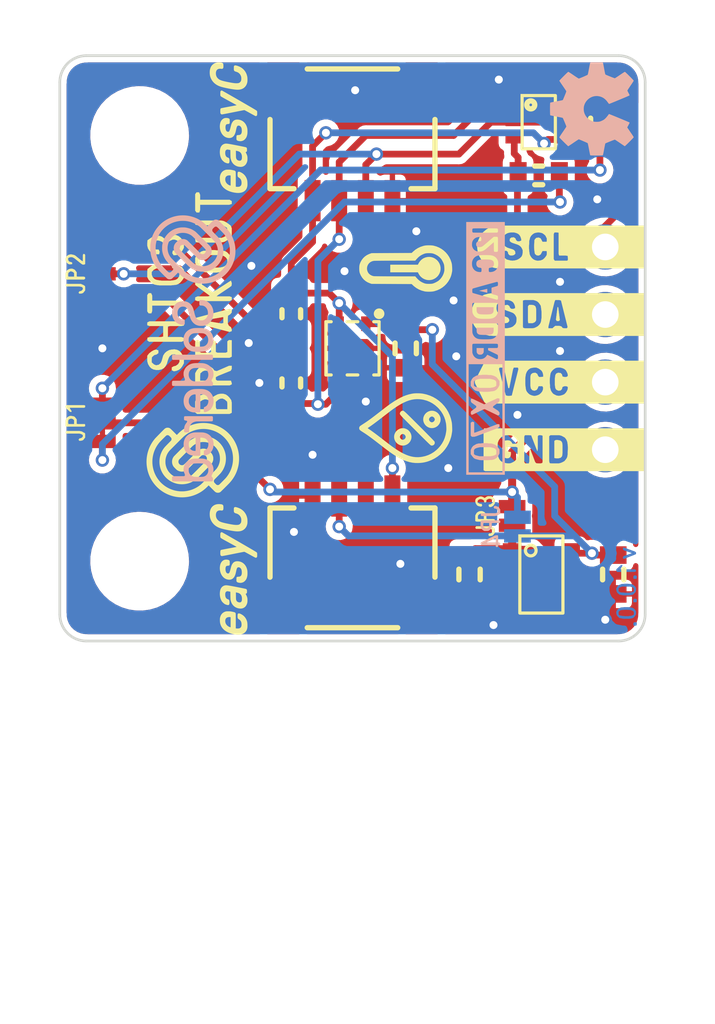
<source format=kicad_pcb>
(kicad_pcb (version 20210126) (generator pcbnew)
  (layers (0 "F.Cu" mixed) (31 "B.Cu" signal) (34 "B.Paste" user) (35 "F.Paste" user) (36 "B.SilkS" user "B.Silkscreen") (37 "F.SilkS" user "F.Silkscreen") (38 "B.Mask" user) (39 "F.Mask" user) (44 "Edge.Cuts" user))
  (net 0 "")
  (net 1 "3V3")
  (net 2 "GND")
  (net 3 "Net-(C2-Pad2)")
  (net 4 "SDA_PULL5")
  (net 5 "5V")
  (net 6 "SCL_PULL5")
  (net 7 "SDA_PULL3,3")
  (net 8 "SCL_PULL3,3")
  (net 9 "SDA3,3")
  (net 10 "SCL3,3")
  (net 11 "SCL5")
  (net 12 "SDA5")
  (footprint "Soldered Graphics:Logo-Front-easyC-5mm" (layer "F.Cu") (at 86.5 137.3 90)
    (fp_text reference "G***" hide)
    (fp_text value "LOGO" hide)
  )
  (footprint "e-radionica.com footprinti:SOT-363" (layer "F.Cu") (at 98 120.5)
    (fp_text reference "U1")
    (fp_text value "NMOS-DUAL")
    (pad "1" smd rect (at -0.92 -0.65 90) (size 0.3 0.66) (layers "F.Cu" "F.Paste" "F.Mask") (net 9 "SDA3,3"))
    (pad "2" smd rect (at -0.92 0 90) (size 0.3 0.66) (layers "F.Cu" "F.Paste" "F.Mask") (net 1 "3V3"))
    (pad "3" smd rect (at -0.92 0.65 90) (size 0.3 0.66) (layers "F.Cu" "F.Paste" "F.Mask") (net 12 "SDA5"))
    (pad "4" smd rect (at 0.92 0.65 90) (size 0.3 0.66) (layers "F.Cu" "F.Paste" "F.Mask") (net 10 "SCL3,3"))
    (pad "5" smd rect (at 0.92 0 90) (size 0.3 0.66) (layers "F.Cu" "F.Paste" "F.Mask") (net 1 "3V3"))
    (pad "6" smd rect (at 0.92 -0.65 90) (size 0.3 0.66) (layers "F.Cu" "F.Paste" "F.Mask") (net 11 "SCL5"))
  )
  (footprint "Soldered Graphics:Symbol-Front-Temperature" (layer "F.Cu") (at 93 126 90)
    (fp_text reference "G***" hide)
    (fp_text value "LOGO" hide)
  )
  (footprint "e-radionica.com footprinti:SMD_JUMPER_3_PAD_TRACE" (layer "F.Cu") (at 81.6 131.8 -90)
    (fp_text reference "JP1")
    (fp_text value "SMD_JUMPER_3_PAD_TRACE")
    (fp_poly (pts (xy 0.45 0.05) (xy 0.25 0.05) (xy 0.25 -0.05) (xy 0.45 -0.05)) (layer "F.Cu") (width 0.1) (fill solid))
    (fp_poly (pts (xy -0.25 0.05) (xy -0.45 0.05) (xy -0.45 -0.05) (xy -0.25 -0.05)) (layer "F.Cu") (width 0.1) (fill solid))
    (pad "1" smd rect (at -0.7 0 90) (size 0.5 1) (layers "F.Cu" "F.Mask") (net 6 "SCL_PULL5"))
    (pad "2" smd custom (at 0 0 90) (size 0.5 1) (layers "F.Cu" "F.Mask") (net 5 "5V") (options (clearance outline) (anchor rect)) (primitives))
    (pad "3" smd rect (at 0.7 0 90) (size 0.5 1) (layers "F.Cu" "F.Mask") (net 4 "SDA_PULL5"))
  )
  (footprint "buzzardLabel" (layer "F.Cu") (at 102.4 132.81)
    (fp_text reference "" (at 0 0) (layer "F.SilkS") (effects (font (size 1.27 1.27))))
    (fp_text value "" (at 0 0) (layer "F.SilkS") (effects (font (size 1.27 1.27))))
  )
  (footprint "e-radionica.com footprinti:SMD_JUMPER_3_PAD_TRACE" (layer "F.Cu") (at 81.6 126.2 -90)
    (fp_text reference "JP2")
    (fp_text value "SMD_JUMPER_3_PAD_TRACE")
    (fp_poly (pts (xy 0.45 0.05) (xy 0.25 0.05) (xy 0.25 -0.05) (xy 0.45 -0.05)) (layer "F.Cu") (width 0.1) (fill solid))
    (fp_poly (pts (xy -0.25 0.05) (xy -0.45 0.05) (xy -0.45 -0.05) (xy -0.25 -0.05)) (layer "F.Cu") (width 0.1) (fill solid))
    (pad "1" smd rect (at -0.7 0 90) (size 0.5 1) (layers "F.Cu" "F.Mask") (net 8 "SCL_PULL3,3"))
    (pad "2" smd custom (at 0 0 90) (size 0.5 1) (layers "F.Cu" "F.Mask") (net 1 "3V3") (options (clearance outline) (anchor rect)) (primitives))
    (pad "3" smd rect (at 0.7 0 90) (size 0.5 1) (layers "F.Cu" "F.Mask") (net 7 "SDA_PULL3,3"))
  )
  (footprint "Soldered Graphics:Logo-Back-SolderedFULL-10mm" (layer "F.Cu") (at 85 129 90)
    (fp_text reference "G***" hide)
    (fp_text value "LOGO" hide)
  )
  (footprint "e-radionica.com footprinti:SOT-23-5" (layer "F.Cu") (at 98.1 137.5)
    (fp_text reference "U3")
    (fp_text value "SE5218")
    (pad "1" smd rect (at -1.1 -0.95) (size 0.7 0.45) (layers "F.Cu" "F.Paste" "F.Mask") (net 3 "Net-(C2-Pad2)"))
    (pad "2" smd rect (at -1.1 0) (size 0.7 0.45) (layers "F.Cu" "F.Paste" "F.Mask") (net 2 "GND"))
    (pad "3" smd rect (at -1.1 0.95) (size 0.7 0.45) (layers "F.Cu" "F.Paste" "F.Mask") (net 3 "Net-(C2-Pad2)"))
    (pad "4" smd rect (at 1.1 0.95) (size 0.7 0.45) (layers "F.Cu" "F.Paste" "F.Mask"))
    (pad "5" smd rect (at 1.1 -0.95) (size 0.7 0.45) (layers "F.Cu" "F.Paste" "F.Mask") (net 1 "3V3"))
  )
  (footprint "buzzardLabel" (layer "F.Cu") (at 96 135.3 90)
    (fp_text reference "" (at 0 0 90) (layer "F.SilkS") (effects (font (size 1.27 1.27))))
    (fp_text value "" (at 0 0 90) (layer "F.SilkS") (effects (font (size 1.27 1.27))))
  )
  (footprint "Soldered Graphics:Logo-Front-easyC-5mm" (layer "F.Cu") (at 86.5 120.7 90)
    (fp_text reference "G***" hide)
    (fp_text value "LOGO" hide)
  )
  (footprint "e-radionica.com footprinti:HOLE_3.2mm" (layer "F.Cu") (at 83 137)
    (fp_text reference "H1" hide)
    (fp_text value "HOLE_3.2mm" hide)
    (pad "" np_thru_hole circle (at 0 0) (size 3.2 3.2) (drill 3.2) (layers F&B.Cu *.Mask))
  )
  (footprint "e-radionica.com footprinti:0603R" (layer "F.Cu") (at 88.7 127.7 -90)
    (fp_text reference "R4")
    (fp_text value "10k")
    (pad "1" smd rect (at -0.775 0) (size 1 0.64) (layers "F.Cu" "F.Paste" "F.Mask") (net 10 "SCL3,3"))
    (pad "2" smd rect (at 0.775 0) (size 1 0.64) (layers "F.Cu" "F.Paste" "F.Mask") (net 8 "SCL_PULL3,3"))
  )
  (footprint "e-radionica.com footprinti:SMD-JUMPER-CONNECTED_TRACE_NOSLODERMASK" (layer "F.Cu") (at 97 135.3 90)
    (fp_text reference "JP3")
    (fp_text value "SMD-JUMPER-CONNECTED_TRACE_NOSLODERMASK")
    (fp_poly (pts (xy 0.1 0.1) (xy -0.1 0.1) (xy -0.1 -0.1) (xy 0.1 -0.1)) (layer "F.Cu") (width 0.1) (fill solid))
    (pad "1" smd rect (at -0.35 0 90) (size 0.5 1) (layers "F.Cu") (net 3 "Net-(C2-Pad2)"))
    (pad "2" smd rect (at 0.35 0 90) (size 0.5 1) (layers "F.Cu") (net 5 "5V"))
  )
  (footprint "buzzardLabel" (layer "F.Cu") (at 102.4 125.19)
    (fp_text reference "" (at 0 0) (layer "F.SilkS") (effects (font (size 1.27 1.27))))
    (fp_text value "" (at 0 0) (layer "F.SilkS") (effects (font (size 1.27 1.27))))
  )
  (footprint "Soldered Graphics:Symbol-Front-Humidity" (layer "F.Cu") (at 93 132 90)
    (fp_text reference "G***" hide)
    (fp_text value "LOGO" hide)
  )
  (footprint "e-radionica.com footprinti:0603C" (layer "F.Cu") (at 100.8 137.5 90)
    (fp_text reference "C1")
    (fp_text value "0.1uF")
    (pad "1" smd rect (at -0.73 0 90) (size 0.66 1) (layers "F.Cu" "F.Paste" "F.Mask") (net 2 "GND"))
    (pad "2" smd rect (at 0.73 0 90) (size 0.66 1) (layers "F.Cu" "F.Paste" "F.Mask") (net 1 "3V3"))
  )
  (footprint "Soldered Graphics:Logo-Front-Soldered-3.5mm" (layer "F.Cu") (at 85 133.2 90)
    (fp_text reference "G***" hide)
    (fp_text value "LOGO" hide)
  )
  (footprint "Soldered Graphics:Logo-Back-OSH-3.5mm" (layer "F.Cu") (at 100 120 90)
    (fp_text reference "G***" hide)
    (fp_text value "LOGO" hide)
  )
  (footprint "e-radionica.com footprinti:easyC-connector" (layer "F.Cu") (at 91 136.7 180)
    (fp_text reference "K1")
    (fp_text value "easyC-SMD")
    (pad "1" smd rect (at -1.5 2.15 180) (size 0.6 1.55) (layers "F.Cu" "F.Paste" "F.Mask") (net 10 "SCL3,3"))
    (pad "2" smd rect (at -0.5 2.15 180) (size 0.6 1.55) (layers "F.Cu" "F.Paste" "F.Mask") (net 9 "SDA3,3"))
    (pad "3" smd rect (at 0.5 2.15 180) (size 0.6 1.55) (layers "F.Cu" "F.Paste" "F.Mask") (net 1 "3V3"))
    (pad "4" smd rect (at 1.5 2.15 180) (size 0.6 1.55) (layers "F.Cu" "F.Paste" "F.Mask") (net 2 "GND"))
    (pad "5" smd rect (at -2.6 -2.15 180) (size 1.2 1.8) (layers "F.Cu" "F.Paste" "F.Mask") (net 2 "GND"))
    (pad "5" smd rect (at 2.6 -2.15 180) (size 1.2 1.8) (layers "F.Cu" "F.Paste" "F.Mask") (net 2 "GND"))
  )
  (footprint "buzzardLabel" (layer "F.Cu") (at 102.4 127.73)
    (fp_text reference "" (at 0 0) (layer "F.SilkS") (effects (font (size 1.27 1.27))))
    (fp_text value "" (at 0 0) (layer "F.SilkS") (effects (font (size 1.27 1.27))))
  )
  (footprint "e-radionica.com footprinti:0603R" (layer "F.Cu") (at 88.7 130.3 -90)
    (fp_text reference "R1")
    (fp_text value "10k")
    (pad "1" smd rect (at -0.775 0) (size 1 0.64) (layers "F.Cu" "F.Paste" "F.Mask") (net 7 "SDA_PULL3,3"))
    (pad "2" smd rect (at 0.775 0) (size 1 0.64) (layers "F.Cu" "F.Paste" "F.Mask") (net 9 "SDA3,3"))
  )
  (footprint "e-radionica.com footprinti:FIDUCIAL_1MM_PASTE" (layer "F.Cu") (at 91 138)
    (fp_text reference "FD1")
    (fp_text value "Fiducial_Stencil")
    (pad "1" smd circle (at 0 0) (size 1 1) (property pad_prop_fiducial_glob) (layers "F.Cu" "F.Paste" "F.Mask"))
  )
  (footprint "e-radionica.com footprinti:SHTC3" (layer "F.Cu") (at 91 129 -90)
    (fp_text reference "U2")
    (fp_text value "SHTC3")
    (pad "1" smd rect (at -0.925 -0.5) (size 0.35 0.55) (layers "F.Cu" "F.Paste" "F.Mask") (net 1 "3V3"))
    (pad "2" smd rect (at -0.925 0.5) (size 0.35 0.55) (layers "F.Cu" "F.Paste" "F.Mask") (net 10 "SCL3,3"))
    (pad "3" smd rect (at 0.925 0.5) (size 0.35 0.55) (layers "F.Cu" "F.Paste" "F.Mask") (net 9 "SDA3,3"))
    (pad "4" smd rect (at 0.925 -0.5) (size 0.35 0.55) (layers "F.Cu" "F.Paste" "F.Mask") (net 2 "GND"))
    (pad "5" smd custom (at 0 0) (size 0.8 0.7) (layers "F.Cu" "F.Paste" "F.Mask") (net 2 "GND") (options (clearance outline) (anchor rect)) (primitives (gr_poly (pts (xy -0.75 0.3) (xy -0.75 -0.3) (xy 0.55 -0.3) (xy 0.75 -0.1) (xy 0.75 0.3)) (width 0.1) (fill yes))))
  )
  (footprint "e-radionica.com footprinti:HOLE_3.2mm" (layer "F.Cu") (at 83 121)
    (fp_text reference "H2" hide)
    (fp_text value "HOLE_3.2mm" hide)
    (pad "" np_thru_hole circle (at 0 0) (size 3.2 3.2) (drill 3.2) (layers F&B.Cu *.Mask))
  )
  (footprint "buzzardLabel" (layer "F.Cu") (at 102.4 130.27)
    (fp_text reference "" (at 0 0) (layer "F.SilkS") (effects (font (size 1.27 1.27))))
    (fp_text value "" (at 0 0) (layer "F.SilkS") (effects (font (size 1.27 1.27))))
  )
  (footprint "e-radionica.com footprinti:easyC-connector" (layer "F.Cu") (at 91 121.3)
    (fp_text reference "K3")
    (fp_text value "easyC-SMD")
    (pad "1" smd rect (at -1.5 2.15) (size 0.6 1.55) (layers "F.Cu" "F.Paste" "F.Mask") (net 10 "SCL3,3"))
    (pad "2" smd rect (at -0.5 2.15) (size 0.6 1.55) (layers "F.Cu" "F.Paste" "F.Mask") (net 9 "SDA3,3"))
    (pad "3" smd rect (at 0.5 2.15) (size 0.6 1.55) (layers "F.Cu" "F.Paste" "F.Mask") (net 1 "3V3"))
    (pad "4" smd rect (at 1.5 2.15) (size 0.6 1.55) (layers "F.Cu" "F.Paste" "F.Mask") (net 2 "GND"))
    (pad "5" smd rect (at 2.6 -2.15) (size 1.2 1.8) (layers "F.Cu" "F.Paste" "F.Mask") (net 2 "GND"))
    (pad "5" smd rect (at -2.6 -2.15) (size 1.2 1.8) (layers "F.Cu" "F.Paste" "F.Mask") (net 2 "GND"))
  )
  (footprint "buzzardLabel" (layer "F.Cu") (at 80.6 131.8 90)
    (fp_text reference "" (at 0 0 90) (layer "F.SilkS") (effects (font (size 1.27 1.27))))
    (fp_text value "" (at 0 0 90) (layer "F.SilkS") (effects (font (size 1.27 1.27))))
  )
  (footprint "e-radionica.com footprinti:0603R" (layer "F.Cu") (at 98 122.5 180)
    (fp_text reference "R2")
    (fp_text value "10k")
    (pad "1" smd rect (at -0.775 0 270) (size 1 0.64) (layers "F.Cu" "F.Paste" "F.Mask") (net 4 "SDA_PULL5"))
    (pad "2" smd rect (at 0.775 0 270) (size 1 0.64) (layers "F.Cu" "F.Paste" "F.Mask") (net 12 "SDA5"))
  )
  (footprint "e-radionica.com footprinti:0603C" (layer "F.Cu") (at 93 129 90)
    (fp_text reference "C3")
    (fp_text value "2.2uF")
    (pad "1" smd rect (at -0.73 0 90) (size 0.66 1) (layers "F.Cu" "F.Paste" "F.Mask") (net 2 "GND"))
    (pad "2" smd rect (at 0.73 0 90) (size 0.66 1) (layers "F.Cu" "F.Paste" "F.Mask") (net 1 "3V3"))
  )
  (footprint "buzzardLabel" (layer "F.Cu") (at 84 127.3 90)
    (fp_text reference "" (at 0 0 90) (layer "F.SilkS") (effects (font (size 1.27 1.27))))
    (fp_text value "" (at 0 0 90) (layer "F.SilkS") (effects (font (size 1.27 1.27))))
  )
  (footprint "e-radionica.com footprinti:0603R" (layer "F.Cu") (at 100.3 120.5 -90)
    (fp_text reference "R3")
    (fp_text value "10k")
    (pad "1" smd rect (at -0.775 0) (size 1 0.64) (layers "F.Cu" "F.Paste" "F.Mask") (net 11 "SCL5"))
    (pad "2" smd rect (at 0.775 0) (size 1 0.64) (layers "F.Cu" "F.Paste" "F.Mask") (net 6 "SCL_PULL5"))
  )
  (footprint "buzzardLabel" (layer "F.Cu") (at 80.6 126.2 90)
    (fp_text reference "" (at 0 0 90) (layer "F.SilkS") (effects (font (size 1.27 1.27))))
    (fp_text value "" (at 0 0 90) (layer "F.SilkS") (effects (font (size 1.27 1.27))))
  )
  (footprint "e-radionica.com footprinti:0603C" (layer "F.Cu") (at 95.4 137.5 90)
    (fp_text reference "C2")
    (fp_text value "2.2uF")
    (pad "1" smd rect (at -0.73 0 90) (size 0.66 1) (layers "F.Cu" "F.Paste" "F.Mask") (net 2 "GND"))
    (pad "2" smd rect (at 0.73 0 90) (size 0.66 1) (layers "F.Cu" "F.Paste" "F.Mask") (net 3 "Net-(C2-Pad2)"))
  )
  (footprint "buzzardLabel" (layer "F.Cu") (at 85.8 127.3 90)
    (fp_text reference "" (at 0 0 90) (layer "F.SilkS") (effects (font (size 1.27 1.27))))
    (fp_text value "" (at 0 0 90) (layer "F.SilkS") (effects (font (size 1.27 1.27))))
  )
  (footprint "e-radionica.com footprinti:HEADER_MALE_4X1" (layer "B.Cu") (at 100.5 129 90)
    (fp_text reference "K2")
    (fp_text value "HEADER_MALE_4X1")
    (pad "1" thru_hole circle (at -3.81 0 90) (size 1.7 1.7) (drill 1) (layers *.Cu *.Mask) (net 2 "GND"))
    (pad "2" thru_hole circle (at -1.27 0 90) (size 1.7 1.7) (drill 1) (layers *.Cu *.Mask) (net 5 "5V"))
    (pad "3" thru_hole circle (at 1.27 0 90) (size 1.7 1.7) (drill 1) (layers *.Cu *.Mask) (net 12 "SDA5"))
    (pad "4" thru_hole circle (at 3.81 0 90) (size 1.7 1.7) (drill 1) (layers *.Cu *.Mask) (net 11 "SCL5"))
  )
  (footprint "buzzardLabel" (layer "B.Cu") (at 96 131.6 -90)
    (fp_text reference "" (at 0 0 90) (layer "B.SilkS") (effects (font (size 1.27 1.27)) (justify mirror)))
    (fp_text value "" (at 0 0 90) (layer "B.SilkS") (effects (font (size 1.27 1.27)) (justify mirror)))
  )
  (footprint "Soldered Graphics:Version1.0.0." (layer "B.Cu") (at 101.3 138 -90)
    (fp_text reference "" (at 0 0 90) (layer "B.SilkS") (effects (font (size 1.27 1.27)) (justify mirror)))
    (fp_text value "" (at 0 0 90) (layer "B.SilkS") (effects (font (size 1.27 1.27)) (justify mirror)))
    (fp_poly (pts (xy 0.06 -0.35) (xy 0.11 -0.35) (xy 0.17 -0.33) (xy 0.13 -0.28) (xy 0.03 -0.28) (xy -0.01 -0.25) (xy -0.03 -0.2) (xy -0.05 -0.15) (xy -0.05 -0.11) (xy -0.05 0.01) (xy -0.05 0.13) (xy -0.05 0.17) (xy -0.03 0.22) (xy -0.01 0.27) (xy 0.02 0.3) (xy 0.13 0.3) (xy 0.16 0.26) (xy 0.18 0.21) (xy 0.18 0.15) (xy 0.19 0.05) (xy 0.19 -0.08) (xy 0.19 -0.12) (xy 0.18 -0.17) (xy 0.16 -0.22) (xy 0.14 -0.27) (xy 0.14 -0.28) (xy 0.17 -0.32) (xy 0.21 -0.29) (xy 0.24 -0.26) (xy 0.26 -0.22) (xy 0.27 -0.16) (xy 0.28 -0.11) (xy 0.28 -0.06) (xy 0.28 0.06) (xy 0.28 0.12) (xy 0.27 0.17) (xy 0.26 0.22) (xy 0.25 0.27) (xy 0.22 0.3) (xy 0.19 0.34) (xy 0.13 0.37) (xy 0.08 0.38) (xy 0.02 0.38) (xy -0.03 0.35) (xy -0.08 0.31) (xy -0.1 0.28) (xy -0.12 0.23) (xy -0.14 0.18) (xy -0.14 0.13) (xy -0.15 0.08) (xy -0.15 -0.04) (xy -0.14 -0.1) (xy -0.14 -0.14) (xy -0.13 -0.2) (xy -0.11 -0.25) (xy -0.08 -0.28) (xy -0.05 -0.32) (xy 0.01 -0.35) (xy 0.06 -0.35)) (layer "B.Cu") (width 0.01) (fill solid))
    (fp_poly (pts (xy 1.31 -0.38) (xy 1.36 -0.38) (xy 1.41 -0.37) (xy 1.42 -0.33) (xy 1.42 -0.27) (xy 1.38 -0.26) (xy 1.33 -0.26) (xy 1.3 -0.29) (xy 1.3 -0.34) (xy 1.31 -0.38)) (layer "B.Cu") (width 0.01) (fill solid))
    (fp_poly (pts (xy -0.67 -0.35) (xy -0.62 -0.35) (xy -0.6 -0.31) (xy -0.6 0.35) (xy -0.64 0.38) (xy -0.69 0.38) (xy -0.73 0.34) (xy -0.84 0.22) (xy -0.86 0.17) (xy -0.83 0.16) (xy -0.73 0.22) (xy -0.69 0.23) (xy -0.69 -0.31) (xy -0.67 -0.35)) (layer "B.Cu") (width 0.01) (fill solid))
    (fp_poly (pts (xy 0.43 -0.38) (xy 0.48 -0.38) (xy 0.54 -0.37) (xy 0.54 -0.33) (xy 0.54 -0.27) (xy 0.5 -0.26) (xy 0.45 -0.26) (xy 0.42 -0.29) (xy 0.42 -0.34) (xy 0.43 -0.38)) (layer "B.Cu") (width 0.01) (fill solid))
    (fp_poly (pts (xy 0.93 -0.35) (xy 0.99 -0.35) (xy 1.04 -0.33) (xy 1.01 -0.28) (xy 0.91 -0.28) (xy 0.87 -0.25) (xy 0.85 -0.2) (xy 0.83 -0.15) (xy 0.83 -0.11) (xy 0.82 0.01) (xy 0.83 0.13) (xy 0.83 0.17) (xy 0.84 0.22) (xy 0.87 0.27) (xy 0.9 0.3) (xy 1.01 0.3) (xy 1.04 0.26) (xy 1.05 0.21) (xy 1.06 0.15) (xy 1.07 0.05) (xy 1.07 -0.08) (xy 1.06 -0.12) (xy 1.06 -0.17) (xy 1.04 -0.22) (xy 1.02 -0.27) (xy 1.01 -0.28) (xy 1.05 -0.32) (xy 1.09 -0.29) (xy 1.12 -0.26) (xy 1.14 -0.22) (xy 1.15 -0.16) (xy 1.16 -0.11) (xy 1.16 -0.06) (xy 1.16 0.06) (xy 1.16 0.12) (xy 1.15 0.17) (xy 1.14 0.22) (xy 1.13 0.27) (xy 1.1 0.3) (xy 1.06 0.34) (xy 1.01 0.37) (xy 0.95 0.38) (xy 0.9 0.38) (xy 0.84 0.35) (xy 0.8 0.31) (xy 0.78 0.28) (xy 0.75 0.23) (xy 0.74 0.18) (xy 0.74 0.13) (xy 0.73 0.08) (xy 0.73 -0.04) (xy 0.73 -0.1) (xy 0.74 -0.14) (xy 0.75 -0.2) (xy 0.77 -0.25) (xy 0.79 -0.28) (xy 0.83 -0.32) (xy 0.89 -0.35) (xy 0.93 -0.35)) (layer "B.Cu") (width 0.01) (fill solid))
    (fp_poly (pts (xy -0.44 -0.38) (xy -0.39 -0.38) (xy -0.34 -0.37) (xy -0.34 -0.33) (xy -0.34 -0.27) (xy -0.38 -0.26) (xy -0.43 -0.26) (xy -0.46 -0.29) (xy -0.46 -0.34) (xy -0.44 -0.38)) (layer "B.Cu") (width 0.01) (fill solid))
    (fp_poly (pts (xy -1.33 -0.35) (xy -1.27 -0.35) (xy -1.25 -0.31) (xy -1.09 0.1) (xy -1.11 0.13) (xy -1.16 0.13) (xy -1.19 0.1) (xy -1.28 -0.16) (xy -1.3 -0.21) (xy -1.32 -0.17) (xy -1.41 0.09) (xy -1.44 0.13) (xy -1.49 0.13) (xy -1.51 0.1) (xy -1.36 -0.31) (xy -1.33 -0.35)) (layer "B.Cu") (width 0.01) (fill solid))
  )
  (footprint "Soldered Graphics:Symbol-Front-I2C-ADDR-Field" (layer "B.Cu") (at 96 129 -90)
    (fp_text reference "REF**" hide)
    (fp_text value "Symbol-Front-I2C-ADDR-Field" hide)
  )
  (footprint "e-radionica.com footprinti:SMD_JUMPER" (layer "B.Cu") (at 97.2 135.7 -90)
    (fp_text reference "JP4")
    (fp_text value "SMD_JUMPER")
    (pad "1" smd rect (at -0.35 0 270) (size 0.5 1) (layers "B.Cu" "B.Mask") (net 5 "5V"))
    (pad "2" smd rect (at 0.35 0 270) (size 0.5 1) (layers "B.Cu" "B.Mask") (net 1 "3V3"))
  )
  (footprint "buzzardLabel" (layer "B.Cu") (at 96.2 135.7 -90)
    (fp_text reference "" (at 0 0 -90) (layer "B.SilkS") (effects (font (size 1.27 1.27)) (justify mirror)))
    (fp_text value "" (at 0 0 -90) (layer "B.SilkS") (effects (font (size 1.27 1.27)) (justify mirror)))
  )
  (gr_line (start 101 118) (end 81 118) (layer "Edge.Cuts") (width 0.1))
  (gr_arc (start 101 139) (end 101 140) (angle -90) (layer "Edge.Cuts") (width 0.1))
  (gr_arc (start 81 119) (end 81 118) (angle -90) (layer "Edge.Cuts") (width 0.1))
  (gr_line (start 102 139) (end 102 119) (layer "Edge.Cuts") (width 0.1))
  (gr_arc (start 81 139) (end 81 140) (angle 90) (layer "Edge.Cuts") (width 0.1))
  (gr_arc (start 101 119) (end 101 118) (angle 90) (layer "Edge.Cuts") (width 0.1))
  (gr_line (start 80 119) (end 80 139) (layer "Edge.Cuts") (width 0.1))
  (gr_line (start 81 140) (end 101 140) (layer "Edge.Cuts") (width 0.1))
  (segment (start 93.03 128.3) (end 93 128.27) (width 0.254) (layer "F.Cu") (net 1))
  (segment (start 100 136.7) (end 99.35 136.7) (width 0.254) (layer "F.Cu") (net 1))
  (segment (start 91.5 128.075) (end 92.805 128.075) (width 0.254) (layer "F.Cu") (net 1))
  (segment (start 95 121.7) (end 96.2 120.5) (width 0.254) (layer "F.Cu") (net 1))
  (segment (start 93 126.4) (end 91.5 124.9) (width 0.254) (layer "F.Cu") (net 1))
  (segment (start 90.5 135.7) (end 90.5 134.55) (width 0.254) (layer "F.Cu") (net 1))
  (segment (start 96.2 120.5) (end 97.08 120.5) (width 0.254) (layer "F.Cu") (net 1))
  (segment (start 82.4 126.2) (end 81.6 126.2) (width 0.254) (layer "F.Cu") (net 1))
  (segment (start 91.9 121.7) (end 91.5 122.1) (width 0.254) (layer "F.Cu") (net 1))
  (segment (start 91.9 121.7) (end 95 121.7) (width 0.254) (layer "F.Cu") (net 1))
  (segment (start 94 128.3) (end 93.03 128.3) (width 0.254) (layer "F.Cu") (net 1))
  (segment (start 93 128.27) (end 93 126.4) (width 0.254) (layer "F.Cu") (net 1))
  (segment (start 91.5 122.1) (end 91.5 123.45) (width 0.254) (layer "F.Cu") (net 1))
  (segment (start 99.35 136.7) (end 99.2 136.55) (width 0.254) (layer "F.Cu") (net 1))
  (segment (start 98.92 120.5) (end 97.08 120.5) (width 0.254) (layer "F.Cu") (net 1))
  (segment (start 91.5 124.9) (end 91.5 123.45) (width 0.254) (layer "F.Cu") (net 1))
  (segment (start 100.07 136.77) (end 100 136.7) (width 0.254) (layer "F.Cu") (net 1))
  (segment (start 100.8 136.77) (end 100.07 136.77) (width 0.254) (layer "F.Cu") (net 1))
  (segment (start 92.805 128.075) (end 93 128.27) (width 0.254) (layer "F.Cu") (net 1))
  (via (at 100 136.7) (size 0.5) (drill 0.3) (layers "F.Cu" "B.Cu") (net 1))
  (via (at 82.4 126.2) (size 0.5) (drill 0.3) (layers "F.Cu" "B.Cu") (net 1))
  (via (at 90.5 135.7) (size 0.5) (drill 0.3) (layers "F.Cu" "B.Cu") (net 1))
  (via (at 94 128.3) (size 0.5) (drill 0.3) (layers "F.Cu" "B.Cu") (net 1))
  (via (at 91.9 121.7) (size 0.5) (drill 0.3) (layers "F.Cu" "B.Cu") (net 1))
  (segment (start 100 136.7) (end 99.35 136.05) (width 0.254) (layer "B.Cu") (net 1))
  (segment (start 94 129.6) (end 94 128.3) (width 0.254) (layer "B.Cu") (net 1))
  (segment (start 97.2 136.05) (end 90.85 136.05) (width 0.254) (layer "B.Cu") (net 1))
  (segment (start 98.6 135.3) (end 98.6 134.2) (width 0.254) (layer "B.Cu") (net 1))
  (segment (start 90.85 136.05) (end 90.5 135.7) (width 0.254) (layer "B.Cu") (net 1))
  (segment (start 98.6 134.2) (end 94 129.6) (width 0.254) (layer "B.Cu") (net 1))
  (segment (start 99.35 136.05) (end 97.2 136.05) (width 0.254) (layer "B.Cu") (net 1))
  (segment (start 89 121.7) (end 84.5 126.2) (width 0.254) (layer "B.Cu") (net 1))
  (segment (start 84.5 126.2) (end 82.4 126.2) (width 0.254) (layer "B.Cu") (net 1))
  (segment (start 91.9 121.7) (end 89 121.7) (width 0.254) (layer "B.Cu") (net 1))
  (segment (start 99.35 136.05) (end 98.6 135.3) (width 0.254) (layer "B.Cu") (net 1))
  (via (at 94.8 127.2) (size 0.5) (drill 0.3) (layers "F.Cu" "B.Cu") (net 2))
  (via (at 92.8 137.1) (size 0.5) (drill 0.3) (layers "F.Cu" "B.Cu") (net 2))
  (via (at 90.7 126.1) (size 0.5) (drill 0.3) (layers "F.Cu" "B.Cu") (net 2))
  (via (at 94.9 129.3) (size 0.5) (drill 0.3) (layers "F.Cu" "B.Cu") (net 2))
  (via (at 98.8 129.1) (size 0.5) (drill 0.3) (layers "F.Cu" "B.Cu") (net 2))
  (via (at 96.5 118.9) (size 0.5) (drill 0.3) (layers "F.Cu" "B.Cu") (net 2))
  (via (at 94.6 133.5) (size 0.5) (drill 0.3) (layers "F.Cu" "B.Cu") (net 2))
  (via (at 87.2 125.9) (size 0.5) (drill 0.3) (layers "F.Cu" "B.Cu") (net 2))
  (via (at 98.8 126.5) (size 0.5) (drill 0.3) (layers "F.Cu" "B.Cu") (net 2))
  (via (at 89.5 133) (size 0.5) (drill 0.3) (layers "F.Cu" "B.Cu") (net 2))
  (via (at 81.6 129) (size 0.5) (drill 0.3) (layers "F.Cu" "B.Cu") (net 2))
  (via (at 100.2 123.4) (size 0.5) (drill 0.3) (layers "F.Cu" "B.Cu") (net 2))
  (via (at 91.5 131) (size 0.5) (drill 0.3) (layers "F.Cu" "B.Cu") (net 2))
  (via (at 87.1 128.8) (size 0.5) (drill 0.3) (layers "F.Cu" "B.Cu") (net 2))
  (via (at 87.5 130.3) (size 0.5) (drill 0.3) (layers "F.Cu" "B.Cu") (net 2))
  (via (at 97.2 131.5) (size 0.5) (drill 0.3) (layers "F.Cu" "B.Cu") (net 2))
  (via (at 91.1 119.3) (size 0.5) (drill 0.3) (layers "F.Cu" "B.Cu") (net 2))
  (via (at 100.5 139.2) (size 0.5) (drill 0.3) (layers "F.Cu" "B.Cu") (net 2))
  (via (at 88.8 135.9) (size 0.5) (drill 0.3) (layers "F.Cu" "B.Cu") (net 2))
  (via (at 96.3 139.4) (size 0.5) (drill 0.3) (layers "F.Cu" "B.Cu") (net 2))
  (via (at 93.4 124.6) (size 0.5) (drill 0.3) (layers "F.Cu" "B.Cu") (net 2))
  (segment (start 98.1 136.9) (end 97.75 136.55) (width 0.254) (layer "F.Cu") (net 3))
  (segment (start 97.85 138.45) (end 98.1 138.2) (width 0.254) (layer "F.Cu") (net 3))
  (segment (start 97 138.45) (end 97.85 138.45) (width 0.254) (layer "F.Cu") (net 3))
  (segment (start 97 136.55) (end 95.62 136.55) (width 0.3) (layer "F.Cu") (net 3))
  (segment (start 97 135.65) (end 97 136.55) (width 0.3) (layer "F.Cu") (net 3))
  (segment (start 98.1 138.2) (end 98.1 136.9) (width 0.254) (layer "F.Cu") (net 3))
  (segment (start 97.75 136.55) (end 97 136.55) (width 0.254) (layer "F.Cu") (net 3))
  (segment (start 95.62 136.55) (end 95.4 136.77) (width 0.3) (layer "F.Cu") (net 3))
  (segment (start 98.8 123.5) (end 98.775 123.475) (width 0.254) (layer "F.Cu") (net 4))
  (segment (start 81.6 133.2) (end 81.6 132.5) (width 0.254) (layer "F.Cu") (net 4))
  (segment (start 98.775 123.475) (end 98.775 122.5) (width 0.254) (layer "F.Cu") (net 4))
  (via (at 81.6 133.2) (size 0.5) (drill 0.3) (layers "F.Cu" "B.Cu") (net 4))
  (via (at 98.8 123.5) (size 0.5) (drill 0.3) (layers "F.Cu" "B.Cu") (net 4))
  (segment (start 90.7 123.5) (end 98.8 123.5) (width 0.254) (layer "B.Cu") (net 4))
  (segment (start 81.6 132.6) (end 90.7 123.5) (width 0.254) (layer "B.Cu") (net 4))
  (segment (start 81.6 133.2) (end 81.6 132.6) (width 0.254) (layer "B.Cu") (net 4))
  (segment (start 85.4 131.8) (end 81.6 131.8) (width 0.254) (layer "F.Cu") (net 5))
  (segment (start 97 134.4) (end 97 132.9) (width 0.3) (layer "F.Cu") (net 5))
  (segment (start 87.9 134.3) (end 85.4 131.8) (width 0.254) (layer "F.Cu") (net 5))
  (segment (start 97 134.4) (end 97 134.95) (width 0.3) (layer "F.Cu") (net 5))
  (segment (start 97 132.9) (end 99.63 130.27) (width 0.3) (layer "F.Cu") (net 5))
  (segment (start 99.63 130.27) (end 100.5 130.27) (width 0.3) (layer "F.Cu") (net 5))
  (via (at 87.9 134.3) (size 0.5) (drill 0.3) (layers "F.Cu" "B.Cu") (net 5))
  (via (at 97 134.4) (size 0.5) (drill 0.3) (layers "F.Cu" "B.Cu") (net 5))
  (segment (start 97 134.4) (end 97.2 134.6) (width 0.254) (layer "B.Cu") (net 5))
  (segment (start 88 134.4) (end 97 134.4) (width 0.254) (layer "B.Cu") (net 5))
  (segment (start 87.9 134.3) (end 88 134.4) (width 0.254) (layer "B.Cu") (net 5))
  (segment (start 97.2 134.6) (end 97.2 135.35) (width 0.254) (layer "B.Cu") (net 5))
  (segment (start 81.6 131.1) (end 81.6 130.5) (width 0.254) (layer "F.Cu") (net 6))
  (segment (start 100.3 122.3) (end 100.3 121.275) (width 0.254) (layer "F.Cu") (net 6))
  (via (at 100.3 122.3) (size 0.5) (drill 0.3) (layers "F.Cu" "B.Cu") (net 6))
  (via (at 81.6 130.5) (size 0.5) (drill 0.3) (layers "F.Cu" "B.Cu") (net 6))
  (segment (start 81.6 130.5) (end 89.8 122.3) (width 0.254) (layer "B.Cu") (net 6))
  (segment (start 98.5 122.3) (end 100.3 122.3) (width 0.254) (layer "B.Cu") (net 6))
  (segment (start 89.8 122.3) (end 98.5 122.3) (width 0.254) (layer "B.Cu") (net 6))
  (segment (start 86.425 129.525) (end 83.8 126.9) (width 0.254) (layer "F.Cu") (net 7))
  (segment (start 83.8 126.9) (end 81.6 126.9) (width 0.254) (layer "F.Cu") (net 7))
  (segment (start 88.7 129.525) (end 86.425 129.525) (width 0.254) (layer "F.Cu") (net 7))
  (segment (start 87.675 128.475) (end 88.7 128.475) (width 0.254) (layer "F.Cu") (net 8))
  (segment (start 81.6 125.5) (end 84.7 125.5) (width 0.254) (layer "F.Cu") (net 8))
  (segment (start 84.7 125.5) (end 87.675 128.475) (width 0.254) (layer "F.Cu") (net 8))
  (segment (start 94.8 121) (end 91.5 121) (width 0.254) (layer "F.Cu") (net 9))
  (segment (start 90.5 122) (end 90.5 123.45) (width 0.254) (layer "F.Cu") (net 9))
  (segment (start 91.5 133) (end 90.5 132) (width 0.254) (layer "F.Cu") (net 9))
  (segment (start 90.5 132) (end 90.5 130.6) (width 0.254) (layer "F.Cu") (net 9))
  (segment (start 95.95 119.85) (end 94.8 121) (width 0.254) (layer "F.Cu") (net 9))
  (segment (start 90.5 130.6) (end 90.5 129.925) (width 0.254) (layer "F.Cu") (net 9))
  (segment (start 97.08 119.85) (end 95.95 119.85) (width 0.254) (layer "F.Cu") (net 9))
  (segment (start 90.5 123.45) (end 90.5 124.9) (width 0.254) (layer "F.Cu") (net 9))
  (segment (start 89.7 131.1) (end 90 131.1) (width 0.254) (layer "F.Cu") (net 9))
  (segment (start 88.7 131.075) (end 89.675 131.075) (width 0.254) (layer "F.Cu") (net 9))
  (segment (start 90 131.1) (end 90.5 130.6) (width 0.254) (layer "F.Cu") (net 9))
  (segment (start 89.675 131.075) (end 89.7 131.1) (width 0.254) (layer "F.Cu") (net 9))
  (segment (start 91.5 134.55) (end 91.5 133) (width 0.254) (layer "F.Cu") (net 9))
  (segment (start 91.5 121) (end 90.5 122) (width 0.254) (layer "F.Cu") (net 9))
  (via (at 90.5 124.9) (size 0.5) (drill 0.3) (layers "F.Cu" "B.Cu") (net 9))
  (via (at 89.7 131.1) (size 0.5) (drill 0.3) (layers "F.Cu" "B.Cu") (net 9))
  (segment (start 89.7 125.7) (end 90.5 124.9) (width 0.254) (layer "B.Cu") (net 9))
  (segment (start 89.7 131.1) (end 89.7 125.7) (width 0.254) (layer "B.Cu") (net 9))
  (segment (start 89.5 121.4) (end 89.5 123.45) (width 0.254) (layer "F.Cu") (net 10))
  (segment (start 90.5 127.3) (end 90.5 128.075) (width 0.254) (layer "F.Cu") (net 10))
  (segment (start 90.125 126.925) (end 88.7 126.925) (width 0.254) (layer "F.Cu") (net 10))
  (segment (start 92.5 134.55) (end 92.5 133.5) (width 0.254) (layer "F.Cu") (net 10))
  (segment (start 88.7 126.925) (end 88.7 125.8) (width 0.254) (layer "F.Cu") (net 10))
  (segment (start 90 120.9) (end 89.5 121.4) (width 0.254) (layer "F.Cu") (net 10))
  (segment (start 89.5 125) (end 89.5 123.45) (width 0.254) (layer "F.Cu") (net 10))
  (segment (start 98.92 121.15) (end 98.35 121.15) (width 0.254) (layer "F.Cu") (net 10))
  (segment (start 90.5 127.3) (end 90.125 126.925) (width 0.254) (layer "F.Cu") (net 10))
  (segment (start 88.7 125.8) (end 89.5 125) (width 0.254) (layer "F.Cu") (net 10))
  (segment (start 98.35 121.15) (end 98.2 121.3) (width 0.254) (layer "F.Cu") (net 10))
  (via (at 90.5 127.3) (size 0.5) (drill 0.3) (layers "F.Cu" "B.Cu") (net 10))
  (via (at 90 120.9) (size 0.5) (drill 0.3) (layers "F.Cu" "B.Cu") (net 10))
  (via (at 98.2 121.3) (size 0.5) (drill 0.3) (layers "F.Cu" "B.Cu") (net 10))
  (via (at 92.5 133.5) (size 0.5) (drill 0.3) (layers "F.Cu" "B.Cu") (net 10))
  (segment (start 92.5 133.5) (end 92.5 129.3) (width 0.254) (layer "B.Cu") (net 10))
  (segment (start 97.8 120.9) (end 98.2 121.3) (width 0.254) (layer "B.Cu") (net 10))
  (segment (start 90 120.9) (end 97.8 120.9) (width 0.254) (layer "B.Cu") (net 10))
  (segment (start 92.5 129.3) (end 90.5 127.3) (width 0.254) (layer "B.Cu") (net 10))
  (segment (start 101.4 120.2) (end 100.925 119.725) (width 0.254) (layer "F.Cu") (net 11))
  (segment (start 100.3 119.725) (end 99.045 119.725) (width 0.254) (layer "F.Cu") (net 11))
  (segment (start 99.045 119.725) (end 98.92 119.85) (width 0.254) (layer "F.Cu") (net 11))
  (segment (start 101.4 123.5) (end 101.4 120.2) (width 0.254) (layer "F.Cu") (net 11))
  (segment (start 100.925 119.725) (end 100.3 119.725) (width 0.254) (layer "F.Cu") (net 11))
  (segment (start 100.5 124.4) (end 101.4 123.5) (width 0.254) (layer "F.Cu") (net 11))
  (segment (start 100.5 125.19) (end 100.5 124.4) (width 0.254) (layer "F.Cu") (net 11))
  (segment (start 97.225 122.5) (end 97.225 121.825) (width 0.254) (layer "F.Cu") (net 12))
  (segment (start 97.225 121.825) (end 97.08 121.68) (width 0.254) (layer "F.Cu") (net 12))
  (segment (start 97.2 125.8) (end 97.2 122.525) (width 0.254) (layer "F.Cu") (net 12))
  (segment (start 97.2 122.525) (end 97.225 122.5) (width 0.254) (layer "F.Cu") (net 12))
  (segment (start 99.13 127.73) (end 97.2 125.8) (width 0.254) (layer "F.Cu") (net 12))
  (segment (start 97.08 121.68) (end 97.08 121.15) (width 0.254) (layer "F.Cu") (net 12))
  (segment (start 100.5 127.73) (end 99.13 127.73) (width 0.254) (layer "F.Cu") (net 12))
  (zone (net 2) (net_name "GND") (layers F&B.Cu) (connect_pads (clearance 0.254)) (min_thickness 0.2) (fill yes (thermal_gap 0.2) (thermal_bridge_width 0.2))
    (polygon (pts (xy 102 140) (xy 80 140) (xy 80 118) (xy 102 118)))
  )
)
</source>
